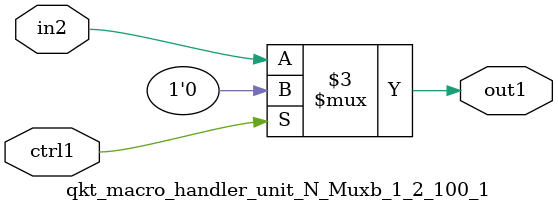
<source format=v>

`timescale 1ps / 1ps


module qkt_macro_handler_unit_N_Muxb_1_2_100_1( in2, ctrl1, out1 );

    input in2;
    input ctrl1;
    output out1;
    reg out1;

    
    // rtl_process:qkt_macro_handler_unit_N_Muxb_1_2_100_1/qkt_macro_handler_unit_N_Muxb_1_2_100_1_thread_1
    always @*
      begin : qkt_macro_handler_unit_N_Muxb_1_2_100_1_thread_1
        case (ctrl1) 
          1'b1: 
            begin
              out1 = 1'b0;
            end
          default: 
            begin
              out1 = in2;
            end
        endcase
      end

endmodule


</source>
